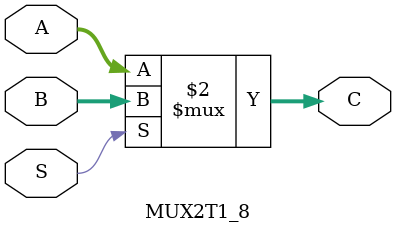
<source format=v>
`timescale 1ns / 1ps
module MUX2T1_8(
	input [7:0]A,
	input [7:0]B,
	input S,
	output [7:0]C
    );

assign C=(S==0)?A:B;
endmodule

</source>
